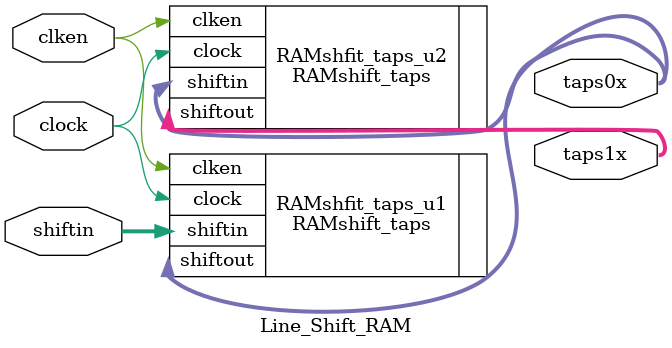
<source format=v>
module Line_Shift_RAM #(
	parameter [10:0] RAM_Length = 11'd640,	//640*480
    parameter        DATA_WIDTH = 8
) (
	input	                   clken,
	input	                   clock,
	input	[DATA_WIDTH-1:0]   shiftin,
	output	[DATA_WIDTH-1:0]   taps0x,
	output	[DATA_WIDTH-1:0]   taps1x
);

RAMshift_taps #(
	.Delay_Length (RAM_Length),
	.INPUT_WIDTH (DATA_WIDTH)
) RAMshfit_taps_u1 (
	.clken(clken), 
	.clock(clock),
	.shiftin(shiftin),
	.shiftout(taps0x)
);

RAMshift_taps #(
	.Delay_Length (RAM_Length),
	.INPUT_WIDTH (DATA_WIDTH)
) RAMshfit_taps_u2 (
	.clken(clken), 
	.clock(clock),
	.shiftin(taps0x),
	.shiftout(taps1x)
);
endmodule
</source>
